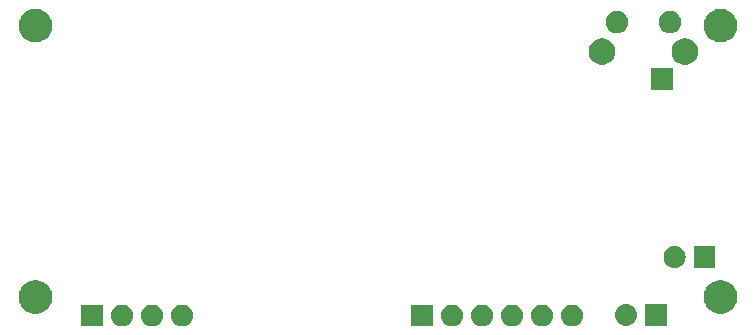
<source format=gbr>
G04 #@! TF.GenerationSoftware,KiCad,Pcbnew,(5.0.1)-4*
G04 #@! TF.CreationDate,2019-04-28T12:35:44+01:00*
G04 #@! TF.ProjectId,Bell-Boy,42656C6C2D426F792E6B696361645F70,rev?*
G04 #@! TF.SameCoordinates,Original*
G04 #@! TF.FileFunction,Soldermask,Top*
G04 #@! TF.FilePolarity,Negative*
%FSLAX46Y46*%
G04 Gerber Fmt 4.6, Leading zero omitted, Abs format (unit mm)*
G04 Created by KiCad (PCBNEW (5.0.1)-4) date 28/04/2019 12:35:44*
%MOMM*%
%LPD*%
G01*
G04 APERTURE LIST*
%ADD10C,0.100000*%
G04 APERTURE END LIST*
D10*
G36*
X86676200Y-78976200D02*
X84823800Y-78976200D01*
X84823800Y-77123800D01*
X86676200Y-77123800D01*
X86676200Y-78976200D01*
X86676200Y-78976200D01*
G37*
G36*
X88471567Y-77137202D02*
X88646156Y-77190163D01*
X88807059Y-77276167D01*
X88948091Y-77391909D01*
X89063833Y-77532941D01*
X89149837Y-77693844D01*
X89202798Y-77868433D01*
X89220681Y-78050000D01*
X89202798Y-78231567D01*
X89149837Y-78406156D01*
X89063833Y-78567059D01*
X88948091Y-78708091D01*
X88807059Y-78823833D01*
X88646156Y-78909837D01*
X88471567Y-78962798D01*
X88335496Y-78976200D01*
X88244504Y-78976200D01*
X88108433Y-78962798D01*
X87933844Y-78909837D01*
X87772941Y-78823833D01*
X87631909Y-78708091D01*
X87516167Y-78567059D01*
X87430163Y-78406156D01*
X87377202Y-78231567D01*
X87359319Y-78050000D01*
X87377202Y-77868433D01*
X87430163Y-77693844D01*
X87516167Y-77532941D01*
X87631909Y-77391909D01*
X87772941Y-77276167D01*
X87933844Y-77190163D01*
X88108433Y-77137202D01*
X88244504Y-77123800D01*
X88335496Y-77123800D01*
X88471567Y-77137202D01*
X88471567Y-77137202D01*
G37*
G36*
X91011567Y-77137202D02*
X91186156Y-77190163D01*
X91347059Y-77276167D01*
X91488091Y-77391909D01*
X91603833Y-77532941D01*
X91689837Y-77693844D01*
X91742798Y-77868433D01*
X91760681Y-78050000D01*
X91742798Y-78231567D01*
X91689837Y-78406156D01*
X91603833Y-78567059D01*
X91488091Y-78708091D01*
X91347059Y-78823833D01*
X91186156Y-78909837D01*
X91011567Y-78962798D01*
X90875496Y-78976200D01*
X90784504Y-78976200D01*
X90648433Y-78962798D01*
X90473844Y-78909837D01*
X90312941Y-78823833D01*
X90171909Y-78708091D01*
X90056167Y-78567059D01*
X89970163Y-78406156D01*
X89917202Y-78231567D01*
X89899319Y-78050000D01*
X89917202Y-77868433D01*
X89970163Y-77693844D01*
X90056167Y-77532941D01*
X90171909Y-77391909D01*
X90312941Y-77276167D01*
X90473844Y-77190163D01*
X90648433Y-77137202D01*
X90784504Y-77123800D01*
X90875496Y-77123800D01*
X91011567Y-77137202D01*
X91011567Y-77137202D01*
G37*
G36*
X93551567Y-77137202D02*
X93726156Y-77190163D01*
X93887059Y-77276167D01*
X94028091Y-77391909D01*
X94143833Y-77532941D01*
X94229837Y-77693844D01*
X94282798Y-77868433D01*
X94300681Y-78050000D01*
X94282798Y-78231567D01*
X94229837Y-78406156D01*
X94143833Y-78567059D01*
X94028091Y-78708091D01*
X93887059Y-78823833D01*
X93726156Y-78909837D01*
X93551567Y-78962798D01*
X93415496Y-78976200D01*
X93324504Y-78976200D01*
X93188433Y-78962798D01*
X93013844Y-78909837D01*
X92852941Y-78823833D01*
X92711909Y-78708091D01*
X92596167Y-78567059D01*
X92510163Y-78406156D01*
X92457202Y-78231567D01*
X92439319Y-78050000D01*
X92457202Y-77868433D01*
X92510163Y-77693844D01*
X92596167Y-77532941D01*
X92711909Y-77391909D01*
X92852941Y-77276167D01*
X93013844Y-77190163D01*
X93188433Y-77137202D01*
X93324504Y-77123800D01*
X93415496Y-77123800D01*
X93551567Y-77137202D01*
X93551567Y-77137202D01*
G37*
G36*
X96091567Y-77137202D02*
X96266156Y-77190163D01*
X96427059Y-77276167D01*
X96568091Y-77391909D01*
X96683833Y-77532941D01*
X96769837Y-77693844D01*
X96822798Y-77868433D01*
X96840681Y-78050000D01*
X96822798Y-78231567D01*
X96769837Y-78406156D01*
X96683833Y-78567059D01*
X96568091Y-78708091D01*
X96427059Y-78823833D01*
X96266156Y-78909837D01*
X96091567Y-78962798D01*
X95955496Y-78976200D01*
X95864504Y-78976200D01*
X95728433Y-78962798D01*
X95553844Y-78909837D01*
X95392941Y-78823833D01*
X95251909Y-78708091D01*
X95136167Y-78567059D01*
X95050163Y-78406156D01*
X94997202Y-78231567D01*
X94979319Y-78050000D01*
X94997202Y-77868433D01*
X95050163Y-77693844D01*
X95136167Y-77532941D01*
X95251909Y-77391909D01*
X95392941Y-77276167D01*
X95553844Y-77190163D01*
X95728433Y-77137202D01*
X95864504Y-77123800D01*
X95955496Y-77123800D01*
X96091567Y-77137202D01*
X96091567Y-77137202D01*
G37*
G36*
X58726200Y-78976200D02*
X56873800Y-78976200D01*
X56873800Y-77123800D01*
X58726200Y-77123800D01*
X58726200Y-78976200D01*
X58726200Y-78976200D01*
G37*
G36*
X60521567Y-77137202D02*
X60696156Y-77190163D01*
X60857059Y-77276167D01*
X60998091Y-77391909D01*
X61113833Y-77532941D01*
X61199837Y-77693844D01*
X61252798Y-77868433D01*
X61270681Y-78050000D01*
X61252798Y-78231567D01*
X61199837Y-78406156D01*
X61113833Y-78567059D01*
X60998091Y-78708091D01*
X60857059Y-78823833D01*
X60696156Y-78909837D01*
X60521567Y-78962798D01*
X60385496Y-78976200D01*
X60294504Y-78976200D01*
X60158433Y-78962798D01*
X59983844Y-78909837D01*
X59822941Y-78823833D01*
X59681909Y-78708091D01*
X59566167Y-78567059D01*
X59480163Y-78406156D01*
X59427202Y-78231567D01*
X59409319Y-78050000D01*
X59427202Y-77868433D01*
X59480163Y-77693844D01*
X59566167Y-77532941D01*
X59681909Y-77391909D01*
X59822941Y-77276167D01*
X59983844Y-77190163D01*
X60158433Y-77137202D01*
X60294504Y-77123800D01*
X60385496Y-77123800D01*
X60521567Y-77137202D01*
X60521567Y-77137202D01*
G37*
G36*
X63061567Y-77137202D02*
X63236156Y-77190163D01*
X63397059Y-77276167D01*
X63538091Y-77391909D01*
X63653833Y-77532941D01*
X63739837Y-77693844D01*
X63792798Y-77868433D01*
X63810681Y-78050000D01*
X63792798Y-78231567D01*
X63739837Y-78406156D01*
X63653833Y-78567059D01*
X63538091Y-78708091D01*
X63397059Y-78823833D01*
X63236156Y-78909837D01*
X63061567Y-78962798D01*
X62925496Y-78976200D01*
X62834504Y-78976200D01*
X62698433Y-78962798D01*
X62523844Y-78909837D01*
X62362941Y-78823833D01*
X62221909Y-78708091D01*
X62106167Y-78567059D01*
X62020163Y-78406156D01*
X61967202Y-78231567D01*
X61949319Y-78050000D01*
X61967202Y-77868433D01*
X62020163Y-77693844D01*
X62106167Y-77532941D01*
X62221909Y-77391909D01*
X62362941Y-77276167D01*
X62523844Y-77190163D01*
X62698433Y-77137202D01*
X62834504Y-77123800D01*
X62925496Y-77123800D01*
X63061567Y-77137202D01*
X63061567Y-77137202D01*
G37*
G36*
X65601567Y-77137202D02*
X65776156Y-77190163D01*
X65937059Y-77276167D01*
X66078091Y-77391909D01*
X66193833Y-77532941D01*
X66279837Y-77693844D01*
X66332798Y-77868433D01*
X66350681Y-78050000D01*
X66332798Y-78231567D01*
X66279837Y-78406156D01*
X66193833Y-78567059D01*
X66078091Y-78708091D01*
X65937059Y-78823833D01*
X65776156Y-78909837D01*
X65601567Y-78962798D01*
X65465496Y-78976200D01*
X65374504Y-78976200D01*
X65238433Y-78962798D01*
X65063844Y-78909837D01*
X64902941Y-78823833D01*
X64761909Y-78708091D01*
X64646167Y-78567059D01*
X64560163Y-78406156D01*
X64507202Y-78231567D01*
X64489319Y-78050000D01*
X64507202Y-77868433D01*
X64560163Y-77693844D01*
X64646167Y-77532941D01*
X64761909Y-77391909D01*
X64902941Y-77276167D01*
X65063844Y-77190163D01*
X65238433Y-77137202D01*
X65374504Y-77123800D01*
X65465496Y-77123800D01*
X65601567Y-77137202D01*
X65601567Y-77137202D01*
G37*
G36*
X98631567Y-77137202D02*
X98806156Y-77190163D01*
X98967059Y-77276167D01*
X99108091Y-77391909D01*
X99223833Y-77532941D01*
X99309837Y-77693844D01*
X99362798Y-77868433D01*
X99380681Y-78050000D01*
X99362798Y-78231567D01*
X99309837Y-78406156D01*
X99223833Y-78567059D01*
X99108091Y-78708091D01*
X98967059Y-78823833D01*
X98806156Y-78909837D01*
X98752214Y-78926200D01*
X98631567Y-78962798D01*
X98495496Y-78976200D01*
X98404504Y-78976200D01*
X98268433Y-78962798D01*
X98147786Y-78926200D01*
X98093844Y-78909837D01*
X97932941Y-78823833D01*
X97791909Y-78708091D01*
X97676167Y-78567059D01*
X97590163Y-78406156D01*
X97537202Y-78231567D01*
X97519319Y-78050000D01*
X97537202Y-77868433D01*
X97590163Y-77693844D01*
X97676167Y-77532941D01*
X97791909Y-77391909D01*
X97932941Y-77276167D01*
X98093844Y-77190163D01*
X98268433Y-77137202D01*
X98404504Y-77123800D01*
X98495496Y-77123800D01*
X98631567Y-77137202D01*
X98631567Y-77137202D01*
G37*
G36*
X103191567Y-77087202D02*
X103366156Y-77140163D01*
X103527059Y-77226167D01*
X103668091Y-77341909D01*
X103783833Y-77482941D01*
X103869837Y-77643844D01*
X103922798Y-77818433D01*
X103940681Y-78000000D01*
X103922798Y-78181567D01*
X103869837Y-78356156D01*
X103783833Y-78517059D01*
X103668091Y-78658091D01*
X103527059Y-78773833D01*
X103366156Y-78859837D01*
X103201328Y-78909837D01*
X103191567Y-78912798D01*
X103055496Y-78926200D01*
X102964504Y-78926200D01*
X102828433Y-78912798D01*
X102818672Y-78909837D01*
X102653844Y-78859837D01*
X102492941Y-78773833D01*
X102351909Y-78658091D01*
X102236167Y-78517059D01*
X102150163Y-78356156D01*
X102097202Y-78181567D01*
X102079319Y-78000000D01*
X102097202Y-77818433D01*
X102150163Y-77643844D01*
X102236167Y-77482941D01*
X102351909Y-77341909D01*
X102492941Y-77226167D01*
X102653844Y-77140163D01*
X102828433Y-77087202D01*
X102964504Y-77073800D01*
X103055496Y-77073800D01*
X103191567Y-77087202D01*
X103191567Y-77087202D01*
G37*
G36*
X106476200Y-78926200D02*
X104623800Y-78926200D01*
X104623800Y-77073800D01*
X106476200Y-77073800D01*
X106476200Y-78926200D01*
X106476200Y-78926200D01*
G37*
G36*
X111416007Y-75128608D02*
X111675559Y-75236118D01*
X111909150Y-75392198D01*
X112107802Y-75590850D01*
X112263882Y-75824441D01*
X112371392Y-76083993D01*
X112426200Y-76359532D01*
X112426200Y-76640468D01*
X112371392Y-76916007D01*
X112263882Y-77175559D01*
X112107802Y-77409150D01*
X111909150Y-77607802D01*
X111675559Y-77763882D01*
X111416007Y-77871392D01*
X111140468Y-77926200D01*
X110859532Y-77926200D01*
X110583993Y-77871392D01*
X110324441Y-77763882D01*
X110090850Y-77607802D01*
X109892198Y-77409150D01*
X109736118Y-77175559D01*
X109628608Y-76916007D01*
X109573800Y-76640468D01*
X109573800Y-76359532D01*
X109628608Y-76083993D01*
X109736118Y-75824441D01*
X109892198Y-75590850D01*
X110090850Y-75392198D01*
X110324441Y-75236118D01*
X110583993Y-75128608D01*
X110859532Y-75073800D01*
X111140468Y-75073800D01*
X111416007Y-75128608D01*
X111416007Y-75128608D01*
G37*
G36*
X53416005Y-75128607D02*
X53675557Y-75236117D01*
X53909148Y-75392197D01*
X54107800Y-75590849D01*
X54263880Y-75824440D01*
X54371390Y-76083992D01*
X54426198Y-76359531D01*
X54426198Y-76640467D01*
X54371390Y-76916006D01*
X54263880Y-77175558D01*
X54107800Y-77409149D01*
X53909148Y-77607801D01*
X53675557Y-77763881D01*
X53416005Y-77871391D01*
X53140466Y-77926199D01*
X52859530Y-77926199D01*
X52583991Y-77871391D01*
X52324439Y-77763881D01*
X52090848Y-77607801D01*
X51892196Y-77409149D01*
X51736116Y-77175558D01*
X51628606Y-76916006D01*
X51573798Y-76640467D01*
X51573798Y-76359531D01*
X51628606Y-76083992D01*
X51736116Y-75824440D01*
X51892196Y-75590849D01*
X52090848Y-75392197D01*
X52324439Y-75236117D01*
X52583991Y-75128607D01*
X52859530Y-75073799D01*
X53140466Y-75073799D01*
X53416005Y-75128607D01*
X53416005Y-75128607D01*
G37*
G36*
X107291567Y-72187202D02*
X107466156Y-72240163D01*
X107627059Y-72326167D01*
X107768091Y-72441909D01*
X107883833Y-72582941D01*
X107969837Y-72743844D01*
X108022798Y-72918433D01*
X108040681Y-73100000D01*
X108022798Y-73281567D01*
X107969837Y-73456156D01*
X107883833Y-73617059D01*
X107768091Y-73758091D01*
X107627059Y-73873833D01*
X107466156Y-73959837D01*
X107291567Y-74012798D01*
X107155496Y-74026200D01*
X107064504Y-74026200D01*
X106928433Y-74012798D01*
X106753844Y-73959837D01*
X106592941Y-73873833D01*
X106451909Y-73758091D01*
X106336167Y-73617059D01*
X106250163Y-73456156D01*
X106197202Y-73281567D01*
X106179319Y-73100000D01*
X106197202Y-72918433D01*
X106250163Y-72743844D01*
X106336167Y-72582941D01*
X106451909Y-72441909D01*
X106592941Y-72326167D01*
X106753844Y-72240163D01*
X106928433Y-72187202D01*
X107064504Y-72173800D01*
X107155496Y-72173800D01*
X107291567Y-72187202D01*
X107291567Y-72187202D01*
G37*
G36*
X110576200Y-74026200D02*
X108723800Y-74026200D01*
X108723800Y-72173800D01*
X110576200Y-72173800D01*
X110576200Y-74026200D01*
X110576200Y-74026200D01*
G37*
G36*
X106971200Y-58976200D02*
X105118800Y-58976200D01*
X105118800Y-57123800D01*
X106971200Y-57123800D01*
X106971200Y-58976200D01*
X106971200Y-58976200D01*
G37*
G36*
X101298500Y-54607079D02*
X101503456Y-54691975D01*
X101687911Y-54815223D01*
X101844777Y-54972089D01*
X101968025Y-55156544D01*
X102052921Y-55361500D01*
X102096200Y-55579079D01*
X102096200Y-55800921D01*
X102052921Y-56018500D01*
X101968025Y-56223456D01*
X101844777Y-56407911D01*
X101687911Y-56564777D01*
X101503456Y-56688025D01*
X101298500Y-56772921D01*
X101080921Y-56816200D01*
X100859079Y-56816200D01*
X100641500Y-56772921D01*
X100436544Y-56688025D01*
X100252089Y-56564777D01*
X100095223Y-56407911D01*
X99971975Y-56223456D01*
X99887079Y-56018500D01*
X99843800Y-55800921D01*
X99843800Y-55579079D01*
X99887079Y-55361500D01*
X99971975Y-55156544D01*
X100095223Y-54972089D01*
X100252089Y-54815223D01*
X100436544Y-54691975D01*
X100641500Y-54607079D01*
X100859079Y-54563800D01*
X101080921Y-54563800D01*
X101298500Y-54607079D01*
X101298500Y-54607079D01*
G37*
G36*
X108308500Y-54607079D02*
X108513456Y-54691975D01*
X108697911Y-54815223D01*
X108854777Y-54972089D01*
X108978025Y-55156544D01*
X109062921Y-55361500D01*
X109106200Y-55579079D01*
X109106200Y-55800921D01*
X109062921Y-56018500D01*
X108978025Y-56223456D01*
X108854777Y-56407911D01*
X108697911Y-56564777D01*
X108513456Y-56688025D01*
X108308500Y-56772921D01*
X108090921Y-56816200D01*
X107869079Y-56816200D01*
X107651500Y-56772921D01*
X107446544Y-56688025D01*
X107262089Y-56564777D01*
X107105223Y-56407911D01*
X106981975Y-56223456D01*
X106897079Y-56018500D01*
X106853800Y-55800921D01*
X106853800Y-55579079D01*
X106897079Y-55361500D01*
X106981975Y-55156544D01*
X107105223Y-54972089D01*
X107262089Y-54815223D01*
X107446544Y-54691975D01*
X107651500Y-54607079D01*
X107869079Y-54563800D01*
X108090921Y-54563800D01*
X108308500Y-54607079D01*
X108308500Y-54607079D01*
G37*
G36*
X111416007Y-52128608D02*
X111675559Y-52236118D01*
X111909150Y-52392198D01*
X112107802Y-52590850D01*
X112263882Y-52824441D01*
X112371392Y-53083993D01*
X112426200Y-53359532D01*
X112426200Y-53640468D01*
X112371392Y-53916007D01*
X112263882Y-54175559D01*
X112107802Y-54409150D01*
X111909150Y-54607802D01*
X111675559Y-54763882D01*
X111416007Y-54871392D01*
X111140468Y-54926200D01*
X110859532Y-54926200D01*
X110583993Y-54871392D01*
X110324441Y-54763882D01*
X110090850Y-54607802D01*
X109892198Y-54409150D01*
X109736118Y-54175559D01*
X109628608Y-53916007D01*
X109573800Y-53640468D01*
X109573800Y-53359532D01*
X109628608Y-53083993D01*
X109736118Y-52824441D01*
X109892198Y-52590850D01*
X110090850Y-52392198D01*
X110324441Y-52236118D01*
X110583993Y-52128608D01*
X110859532Y-52073800D01*
X111140468Y-52073800D01*
X111416007Y-52128608D01*
X111416007Y-52128608D01*
G37*
G36*
X53416005Y-52128608D02*
X53675557Y-52236118D01*
X53909148Y-52392198D01*
X54107800Y-52590850D01*
X54263880Y-52824441D01*
X54371390Y-53083993D01*
X54426198Y-53359532D01*
X54426198Y-53640468D01*
X54371390Y-53916007D01*
X54263880Y-54175559D01*
X54107800Y-54409150D01*
X53909148Y-54607802D01*
X53675557Y-54763882D01*
X53416005Y-54871392D01*
X53140466Y-54926200D01*
X52859530Y-54926200D01*
X52583991Y-54871392D01*
X52324439Y-54763882D01*
X52090848Y-54607802D01*
X51892196Y-54409150D01*
X51736116Y-54175559D01*
X51628606Y-53916007D01*
X51573798Y-53640468D01*
X51573798Y-53359532D01*
X51628606Y-53083993D01*
X51736116Y-52824441D01*
X51892196Y-52590850D01*
X52090848Y-52392198D01*
X52324439Y-52236118D01*
X52583991Y-52128608D01*
X52859530Y-52073800D01*
X53140466Y-52073800D01*
X53416005Y-52128608D01*
X53416005Y-52128608D01*
G37*
G36*
X102497455Y-52285355D02*
X102670562Y-52357058D01*
X102670563Y-52357059D01*
X102826352Y-52461153D01*
X102958847Y-52593648D01*
X103028243Y-52697507D01*
X103062942Y-52749438D01*
X103134645Y-52922545D01*
X103171200Y-53106315D01*
X103171200Y-53293685D01*
X103134645Y-53477455D01*
X103062942Y-53650562D01*
X103062941Y-53650563D01*
X102958847Y-53806352D01*
X102826352Y-53938847D01*
X102722493Y-54008243D01*
X102670562Y-54042942D01*
X102497455Y-54114645D01*
X102313685Y-54151200D01*
X102126315Y-54151200D01*
X101942545Y-54114645D01*
X101769438Y-54042942D01*
X101717507Y-54008243D01*
X101613648Y-53938847D01*
X101481153Y-53806352D01*
X101377059Y-53650563D01*
X101377058Y-53650562D01*
X101305355Y-53477455D01*
X101268800Y-53293685D01*
X101268800Y-53106315D01*
X101305355Y-52922545D01*
X101377058Y-52749438D01*
X101411757Y-52697507D01*
X101481153Y-52593648D01*
X101613648Y-52461153D01*
X101769437Y-52357059D01*
X101769438Y-52357058D01*
X101942545Y-52285355D01*
X102126315Y-52248800D01*
X102313685Y-52248800D01*
X102497455Y-52285355D01*
X102497455Y-52285355D01*
G37*
G36*
X106997455Y-52285355D02*
X107170562Y-52357058D01*
X107170563Y-52357059D01*
X107326352Y-52461153D01*
X107458847Y-52593648D01*
X107528243Y-52697507D01*
X107562942Y-52749438D01*
X107634645Y-52922545D01*
X107671200Y-53106315D01*
X107671200Y-53293685D01*
X107634645Y-53477455D01*
X107562942Y-53650562D01*
X107562941Y-53650563D01*
X107458847Y-53806352D01*
X107326352Y-53938847D01*
X107222493Y-54008243D01*
X107170562Y-54042942D01*
X106997455Y-54114645D01*
X106813685Y-54151200D01*
X106626315Y-54151200D01*
X106442545Y-54114645D01*
X106269438Y-54042942D01*
X106217507Y-54008243D01*
X106113648Y-53938847D01*
X105981153Y-53806352D01*
X105877059Y-53650563D01*
X105877058Y-53650562D01*
X105805355Y-53477455D01*
X105768800Y-53293685D01*
X105768800Y-53106315D01*
X105805355Y-52922545D01*
X105877058Y-52749438D01*
X105911757Y-52697507D01*
X105981153Y-52593648D01*
X106113648Y-52461153D01*
X106269437Y-52357059D01*
X106269438Y-52357058D01*
X106442545Y-52285355D01*
X106626315Y-52248800D01*
X106813685Y-52248800D01*
X106997455Y-52285355D01*
X106997455Y-52285355D01*
G37*
M02*

</source>
